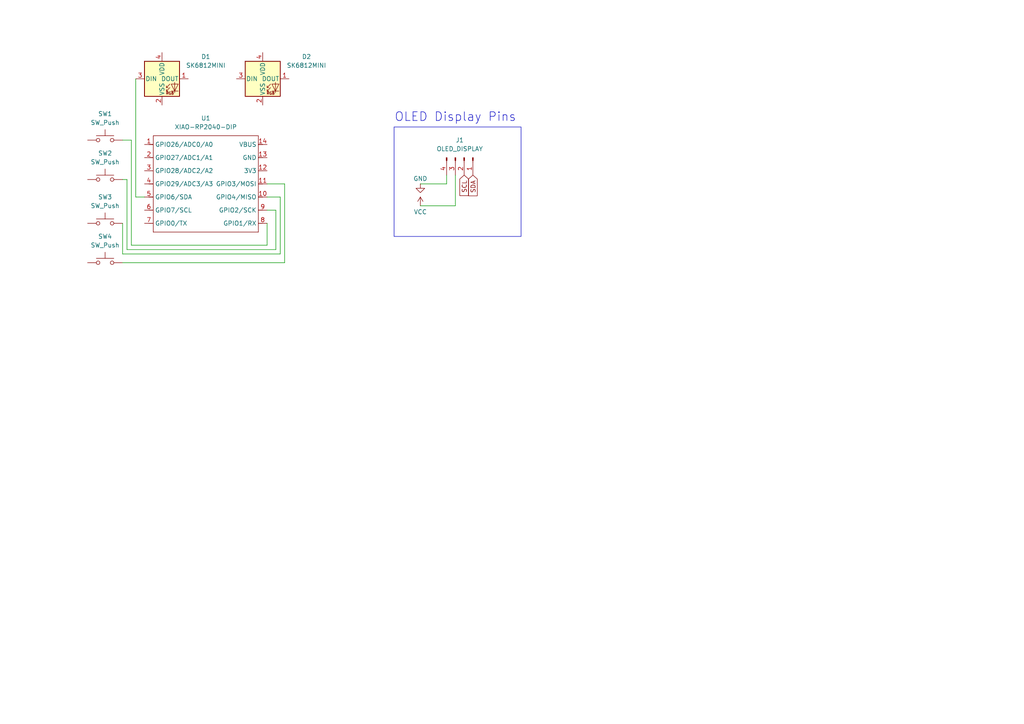
<source format=kicad_sch>
(kicad_sch (version 20250114) (generator "eeschema") (generator_version "9.0")
  (paper "A4")
  (lib_symbols
    (symbol "Connector:Conn_01x04_Pin" (pin_names (offset 1.016) (hide yes))
      (property "Reference" "J" (at 0 5.08 0))
      (property "Value" "Conn_01x04_Pin" (at 0 -7.62 0))
      (symbol "Conn_01x04_Pin_1_1"
        (rectangle (start 0.8636 2.667) (end 0 2.413) (stroke (width 0.1524)) (fill (type outline)))
        (rectangle (start 0.8636 0.127) (end 0 -0.127) (stroke (width 0.1524)) (fill (type outline)))
        (rectangle (start 0.8636 -2.413) (end 0 -2.667) (stroke (width 0.1524)) (fill (type outline)))
        (rectangle (start 0.8636 -4.953) (end 0 -5.207) (stroke (width 0.1524)) (fill (type outline)))
        (polyline (pts (xy 1.27 2.54) (xy 0.8636 2.54)) (stroke (width 0.1524)))
        (polyline (pts (xy 1.27 0) (xy 0.8636 0)) (stroke (width 0.1524)))
        (polyline (pts (xy 1.27 -2.54) (xy 0.8636 -2.54)) (stroke (width 0.1524)))
        (polyline (pts (xy 1.27 -5.08) (xy 0.8636 -5.08)) (stroke (width 0.1524)))
        (pin passive line (at 5.08 2.54 180) (length 3.81) (name "Pin_1") (number "1"))
        (pin passive line (at 5.08 0 180) (length 3.81) (name "Pin_2") (number "2"))
        (pin passive line (at 5.08 -2.54 180) (length 3.81) (name "Pin_3") (number "3"))
        (pin passive line (at 5.08 -5.08 180) (length 3.81) (name "Pin_4") (number "4"))
      )
    )
    (symbol "LED:SK6812MINI" (pin_names (offset 0.254))
      (property "Reference" "D" (at 5.08 5.715 0))
      (property "Value" "SK6812MINI" (at 1.27 -5.715 0))
      (symbol "SK6812MINI_0_0"
        (text "RGB" (at 2.286 -4.191 0) (effects (font (size 0.762 0.762))))
      )
      (symbol "SK6812MINI_0_1"
        (polyline (pts (xy 1.27 -2.54) (xy 1.778 -2.54)))
        (polyline (pts (xy 1.27 -3.556) (xy 1.778 -3.556)))
        (polyline (pts (xy 2.286 -1.524) (xy 1.27 -2.54) (xy 1.27 -2.032)))
        (polyline (pts (xy 2.286 -2.54) (xy 1.27 -3.556) (xy 1.27 -3.048)))
        (polyline (pts (xy 3.683 -1.016) (xy 3.683 -3.556) (xy 3.683 -4.064)))
        (polyline (pts (xy 4.699 -1.524) (xy 2.667 -1.524) (xy 3.683 -3.556) (xy 4.699 -1.524)))
        (polyline (pts (xy 4.699 -3.556) (xy 2.667 -3.556)))
        (rectangle (start 5.08 5.08) (end -5.08 -5.08) (stroke (width 0.254)) (fill (type background)))
      )
      (symbol "SK6812MINI_1_1"
        (pin input line (at -7.62 0 0) (length 2.54) (name "DIN") (number "3"))
        (pin power_in line (at 0 7.62 270) (length 2.54) (name "VDD") (number "4"))
        (pin power_in line (at 0 -7.62 90) (length 2.54) (name "VSS") (number "2"))
        (pin output line (at 7.62 0 180) (length 2.54) (name "DOUT") (number "1"))
      )
    )
    (symbol "OPL:XIAO-RP2040-DIP"
      (property "Reference" "U" (at 0 0 0))
      (property "Value" "XIAO-RP2040-DIP" (at 5.334 -1.778 0))
      (symbol "XIAO-RP2040-DIP_1_0"
        (polyline (pts (xy -1.27 -2.54) (xy 29.21 -2.54)) (stroke (width 0.1524)))
        (polyline (pts (xy -1.27 -5.08) (xy -2.54 -5.08)) (stroke (width 0.1524)))
        (polyline (pts (xy -1.27 -5.08) (xy -1.27 -2.54)) (stroke (width 0.1524)))
        (polyline (pts (xy -1.27 -8.89) (xy -2.54 -8.89)) (stroke (width 0.1524)))
        (polyline (pts (xy -1.27 -8.89) (xy -1.27 -5.08)) (stroke (width 0.1524)))
        (polyline (pts (xy -1.27 -12.7) (xy -2.54 -12.7)) (stroke (width 0.1524)))
        (polyline (pts (xy -1.27 -12.7) (xy -1.27 -8.89)) (stroke (width 0.1524)))
        (polyline (pts (xy -1.27 -16.51) (xy -2.54 -16.51)) (stroke (width 0.1524)))
        (polyline (pts (xy -1.27 -16.51) (xy -1.27 -12.7)) (stroke (width 0.1524)))
        (polyline (pts (xy -1.27 -20.32) (xy -2.54 -20.32)) (stroke (width 0.1524)))
        (polyline (pts (xy -1.27 -24.13) (xy -2.54 -24.13)) (stroke (width 0.1524)))
        (polyline (pts (xy -1.27 -27.94) (xy -2.54 -27.94)) (stroke (width 0.1524)))
        (polyline (pts (xy -1.27 -30.48) (xy -1.27 -16.51)) (stroke (width 0.1524)))
        (polyline (pts (xy 29.21 -2.54) (xy 29.21 -5.08)) (stroke (width 0.1524)))
        (polyline (pts (xy 29.21 -5.08) (xy 29.21 -8.89)) (stroke (width 0.1524)))
        (polyline (pts (xy 29.21 -8.89) (xy 29.21 -12.7)) (stroke (width 0.1524)))
        (polyline (pts (xy 29.21 -12.7) (xy 29.21 -30.48)) (stroke (width 0.1524)))
        (polyline (pts (xy 29.21 -30.48) (xy -1.27 -30.48)) (stroke (width 0.1524)))
        (polyline (pts (xy 30.48 -5.08) (xy 29.21 -5.08)) (stroke (width 0.1524)))
        (polyline (pts (xy 30.48 -8.89) (xy 29.21 -8.89)) (stroke (width 0.1524)))
        (polyline (pts (xy 30.48 -12.7) (xy 29.21 -12.7)) (stroke (width 0.1524)))
        (polyline (pts (xy 30.48 -16.51) (xy 29.21 -16.51)) (stroke (width 0.1524)))
        (polyline (pts (xy 30.48 -20.32) (xy 29.21 -20.32)) (stroke (width 0.1524)))
        (polyline (pts (xy 30.48 -24.13) (xy 29.21 -24.13)) (stroke (width 0.1524)))
        (polyline (pts (xy 30.48 -27.94) (xy 29.21 -27.94)) (stroke (width 0.1524)))
        (pin passive line (at -3.81 -5.08 0) (length 2.54) (name "GPIO26/ADC0/A0") (number "1"))
        (pin passive line (at -3.81 -8.89 0) (length 2.54) (name "GPIO27/ADC1/A1") (number "2"))
        (pin passive line (at -3.81 -12.7 0) (length 2.54) (name "GPIO28/ADC2/A2") (number "3"))
        (pin passive line (at -3.81 -16.51 0) (length 2.54) (name "GPIO29/ADC3/A3") (number "4"))
        (pin passive line (at -3.81 -20.32 0) (length 2.54) (name "GPIO6/SDA") (number "5"))
        (pin passive line (at -3.81 -24.13 0) (length 2.54) (name "GPIO7/SCL") (number "6"))
        (pin passive line (at -3.81 -27.94 0) (length 2.54) (name "GPIO0/TX") (number "7"))
        (pin passive line (at 31.75 -5.08 180) (length 2.54) (name "VBUS") (number "14"))
        (pin passive line (at 31.75 -8.89 180) (length 2.54) (name "GND") (number "13"))
        (pin passive line (at 31.75 -12.7 180) (length 2.54) (name "3V3") (number "12"))
        (pin passive line (at 31.75 -16.51 180) (length 2.54) (name "GPIO3/MOSI") (number "11"))
        (pin passive line (at 31.75 -20.32 180) (length 2.54) (name "GPIO4/MISO") (number "10"))
        (pin passive line (at 31.75 -24.13 180) (length 2.54) (name "GPIO2/SCK") (number "9"))
        (pin passive line (at 31.75 -27.94 180) (length 2.54) (name "GPIO1/RX") (number "8"))
      )
    )
    (symbol "Switch:SW_Push" (pin_numbers (hide yes)) (pin_names (offset 1.016) (hide yes))
      (property "Reference" "SW" (at 1.27 2.54 0))
      (property "Value" "SW_Push" (at 0 -1.524 0))
      (symbol "SW_Push_0_1"
        (circle (center -2.032 0) (radius 0.508))
        (polyline (pts (xy 0 1.27) (xy 0 3.048)))
        (circle (center 2.032 0) (radius 0.508))
        (polyline (pts (xy 2.54 1.27) (xy -2.54 1.27)))
        (pin passive line (at -5.08 0 0) (length 2.54) (name "1") (number "1"))
        (pin passive line (at 5.08 0 180) (length 2.54) (name "2") (number "2"))
      )
    )
    (symbol "power:GND" (power) (pin_numbers (hide yes)) (pin_names (offset 0) (hide yes))
      (property "Value" "GND" (at 0 -3.81 0))
      (symbol "GND_0_1"
        (polyline (pts (xy 0 0) (xy 0 -1.27) (xy 1.27 -1.27) (xy 0 -2.54) (xy -1.27 -1.27) (xy 0 -1.27)))
      )
      (symbol "GND_1_1"
        (pin power_in line (at 0 0 270) (length 0) (name "~") (number "1"))
      )
    )
    (symbol "power:VCC" (power) (pin_numbers (hide yes)) (pin_names (offset 0) (hide yes))
      (property "Value" "VCC" (at 0 3.556 0))
      (symbol "VCC_0_1"
        (polyline (pts (xy -0.762 1.27) (xy 0 2.54)))
        (polyline (pts (xy 0 2.54) (xy 0.762 1.27)))
        (polyline (pts (xy 0 0) (xy 0 2.54)))
      )
      (symbol "VCC_1_1"
        (pin power_in line (at 0 0 90) (length 0) (name "~") (number "1"))
      )
    )
  )
  (rectangle (start 114.3 36.83) (end 151.13 68.58))
  (text "OLED Display Pins" (at 132.08 34.036 0) (effects (font (size 2.54 2.54))))
  (wire (pts (xy 41.91 57.15) (xy 39.37 57.15)))
  (wire (pts (xy 129.54 53.34) (xy 129.54 50.8)))
  (wire (pts (xy 81.28 73.66) (xy 81.28 57.15)))
  (wire (pts (xy 77.47 71.12) (xy 38.1 71.12)))
  (wire (pts (xy 82.55 53.34) (xy 82.55 76.2)))
  (wire (pts (xy 77.47 53.34) (xy 82.55 53.34)))
  (wire (pts (xy 77.47 60.96) (xy 80.01 60.96)))
  (wire (pts (xy 36.83 72.39) (xy 36.83 52.07)))
  (wire (pts (xy 38.1 71.12) (xy 38.1 40.64)))
  (wire (pts (xy 39.37 57.15) (xy 39.37 22.86)))
  (wire (pts (xy 132.08 59.69) (xy 132.08 50.8)))
  (wire (pts (xy 77.47 64.77) (xy 77.47 71.12)))
  (wire (pts (xy 80.01 72.39) (xy 36.83 72.39)))
  (wire (pts (xy 121.92 59.69) (xy 132.08 59.69)))
  (wire (pts (xy 82.55 76.2) (xy 35.56 76.2)))
  (wire (pts (xy 80.01 60.96) (xy 80.01 72.39)))
  (wire (pts (xy 36.83 52.07) (xy 35.56 52.07)))
  (wire (pts (xy 38.1 40.64) (xy 35.56 40.64)))
  (wire (pts (xy 121.92 53.34) (xy 129.54 53.34)))
  (wire (pts (xy 35.56 73.66) (xy 81.28 73.66)))
  (wire (pts (xy 35.56 64.77) (xy 35.56 73.66)))
  (wire (pts (xy 81.28 57.15) (xy 77.47 57.15)))
  (global_label "SDA" (shape input) (at 137.16 50.8 270) (property "Intersheetrefs" "${INTERSHEET_REFS}" (effects (hide yes))))
  (global_label "SCL" (shape input) (at 134.62 50.8 270) (property "Intersheetrefs" "${INTERSHEET_REFS}" (effects (hide yes))))
  (symbol (lib_id "Switch:SW_Push") (at 30.48 52.07 0) (unit 1)
    (property "Reference" "SW2" (at 30.48 44.45 0))
    (property "Value" "SW_Push" (at 30.48 46.99 0))
    (property "Description" "Push button switch, generic, two pins" (effects (hide yes)))
  )
  (symbol (lib_id "OPL:XIAO-RP2040-DIP") (at 45.72 36.83 0) (unit 1)
    (property "Reference" "U1" (at 59.69 34.29 0))
    (property "Value" "XIAO-RP2040-DIP" (at 59.69 36.83 0))
    (property "Footprint" "Module:MOUDLE14P-XIAO-DIP-SMD" (effects (hide yes)))
  )
  (symbol (lib_id "power:GND") (at 121.92 53.34 0) (unit 1)
    (property "Reference" "#PWR04" (effects (hide yes)))
    (property "Value" "GND" (at 121.92 51.816 0))
    (property "Description" "Power symbol creates a global label with name \"GND\" , ground" (effects (hide yes)))
  )
  (symbol (lib_id "LED:SK6812MINI") (at 46.99 22.86 0) (unit 1)
    (property "Reference" "D1" (at 59.69 16.4398 0))
    (property "Value" "SK6812MINI" (at 59.69 18.9798 0))
    (property "Footprint" "LED_SMD:LED_SK6812MINI_PLCC4_3.5x3.5mm_P1.75mm" (effects (hide yes)))
    (property "Datasheet" "https://cdn-shop.adafruit.com/product-files/2686/SK6812MINI_REV.01-1-2.pdf" (effects (hide yes)))
    (property "Description" "RGB LED with integrated controller" (effects (hide yes)))
  )
  (symbol (lib_id "Switch:SW_Push") (at 30.48 64.77 0) (unit 1)
    (property "Reference" "SW3" (at 30.48 57.15 0))
    (property "Value" "SW_Push" (at 30.48 59.69 0))
    (property "Description" "Push button switch, generic, two pins" (effects (hide yes)))
  )
  (symbol (lib_id "Connector:Conn_01x04_Pin") (at 134.62 45.72 270) (unit 1)
    (property "Reference" "J1" (at 133.35 40.64 90))
    (property "Value" "OLED_DISPLAY" (at 133.35 43.18 90))
    (property "Footprint" "Connector_PinHeader_2.54mm:PinHeader_1x04_P2.54mm_Vertical" (effects (hide yes)))
    (property "Description" "Generic connector, single row, 01x04, script generated" (effects (hide yes)))
  )
  (symbol (lib_id "Switch:SW_Push") (at 30.48 76.2 0) (unit 1)
    (property "Reference" "SW4" (at 30.48 68.58 0))
    (property "Value" "SW_Push" (at 30.48 71.12 0))
    (property "Description" "Push button switch, generic, two pins" (effects (hide yes)))
  )
  (symbol (lib_id "power:VCC") (at 121.92 59.69 0) (unit 1)
    (property "Reference" "#PWR05" (effects (hide yes)))
    (property "Value" "VCC" (at 121.92 61.468 0))
    (property "Description" "Power symbol creates a global label with name \"VCC\"" (effects (hide yes)))
  )
  (symbol (lib_id "Switch:SW_Push") (at 30.48 40.64 0) (unit 1)
    (property "Reference" "SW1" (at 30.48 33.02 0))
    (property "Value" "SW_Push" (at 30.48 35.56 0))
    (property "Description" "Push button switch, generic, two pins" (effects (hide yes)))
  )
  (symbol (lib_id "LED:SK6812MINI") (at 76.2 22.86 0) (unit 1)
    (property "Reference" "D2" (at 88.9 16.4398 0))
    (property "Value" "SK6812MINI" (at 88.9 18.9798 0))
    (property "Footprint" "LED_SMD:LED_SK6812MINI_PLCC4_3.5x3.5mm_P1.75mm" (effects (hide yes)))
    (property "Datasheet" "https://cdn-shop.adafruit.com/product-files/2686/SK6812MINI_REV.01-1-2.pdf" (effects (hide yes)))
    (property "Description" "RGB LED with integrated controller" (effects (hide yes)))
  )
)
</source>
